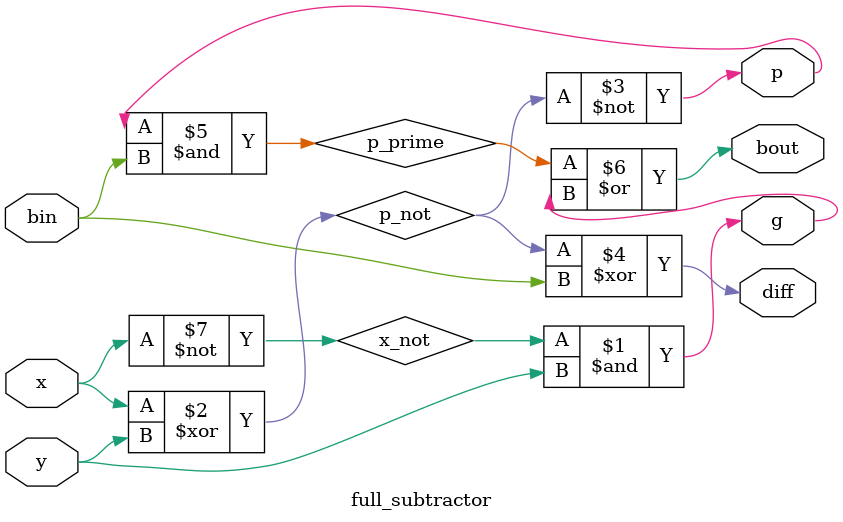
<source format=v>

module full_subtractor (bout, diff, p, g, x, y, bin);

output bout, diff, p ,g;
input x, y, bin;

wire x_not, p, g, p_not, p_prime;

not a1 (x_not, x);
and a2 (g, x_not, y);
xnor a3 (p, x, y);
not a4(p_not, p);
xor a5 (diff, p_not, bin);
and a6 (p_prime, p, bin);
or a7 (bout, p_prime, g);

endmodule
</source>
